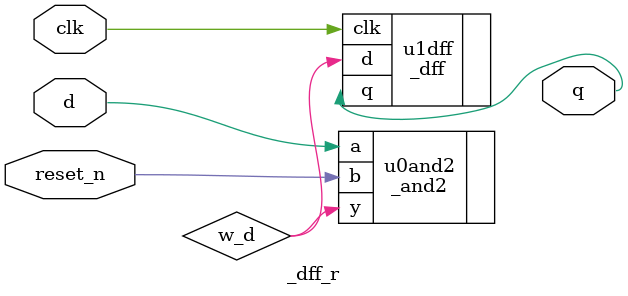
<source format=v>
module _dff_r(clk, reset_n, d,q);// module name _dff_r,

	input clk, reset_n, d;// input signal, clk, reset_n, d
	output q;// output signal q
	
	wire w_d; // 1bit wire w_d
	
	// module instance,module instance name is u0and2, u1dff, use and2, _dff module
	_and2 u0and2(.a(d), .b(reset_n), .y(w_d));
	_dff  u1dff (.clk(clk), .d(w_d), .q(q));
	
endmodule

</source>
